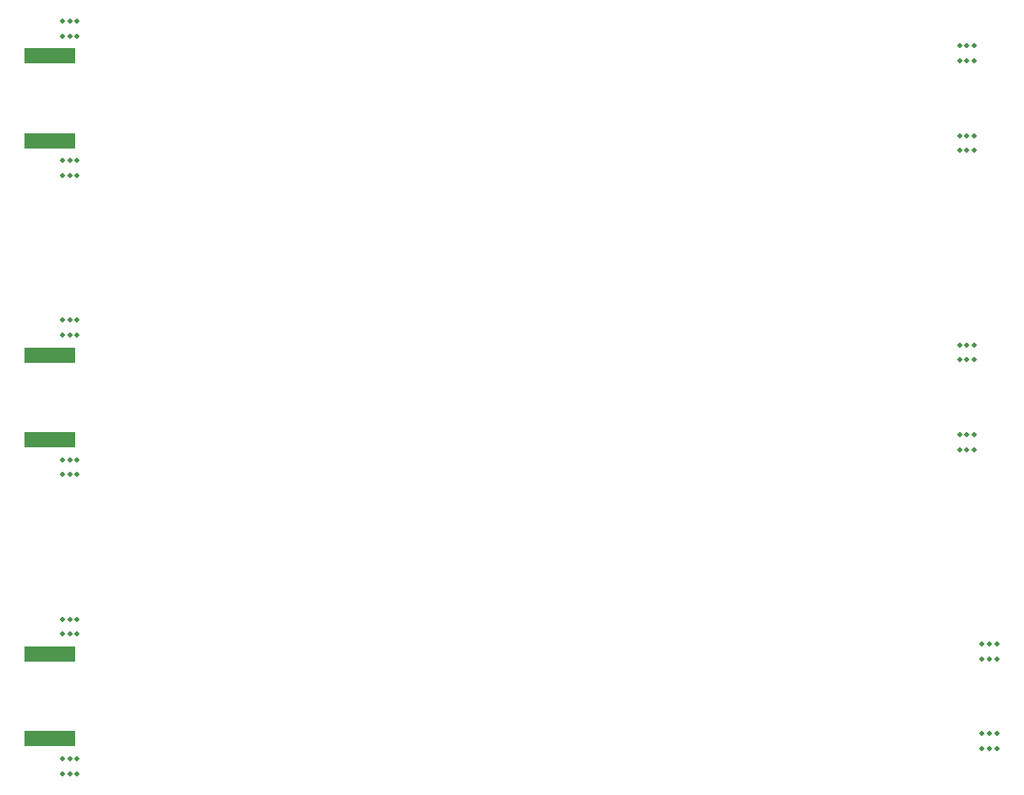
<source format=gbs>
G04 #@! TF.GenerationSoftware,KiCad,Pcbnew,(6.0.1)*
G04 #@! TF.CreationDate,2023-07-16T14:40:23+02:00*
G04 #@! TF.ProjectId,panel,70616e65-6c2e-46b6-9963-61645f706362,rev?*
G04 #@! TF.SameCoordinates,Original*
G04 #@! TF.FileFunction,Soldermask,Bot*
G04 #@! TF.FilePolarity,Negative*
%FSLAX46Y46*%
G04 Gerber Fmt 4.6, Leading zero omitted, Abs format (unit mm)*
G04 Created by KiCad (PCBNEW (6.0.1)) date 2023-07-16 14:40:23*
%MOMM*%
%LPD*%
G01*
G04 APERTURE LIST*
%ADD10C,0.500000*%
%ADD11R,5.080000X1.500000*%
G04 APERTURE END LIST*
D10*
X168000000Y-126250000D03*
X166500000Y-126250000D03*
X166500000Y-124750000D03*
X168000000Y-124750000D03*
X167250000Y-124750000D03*
X167250000Y-126250000D03*
X75750000Y-127250000D03*
X74250000Y-128750000D03*
X75000000Y-127250000D03*
X74250000Y-127250000D03*
X75000000Y-128750000D03*
X75750000Y-128750000D03*
X168000000Y-115750000D03*
X166500000Y-117250000D03*
X167250000Y-115750000D03*
X167250000Y-117250000D03*
X168000000Y-117250000D03*
X166500000Y-115750000D03*
X75750000Y-114750000D03*
X74250000Y-114750000D03*
X75000000Y-114750000D03*
X74250000Y-113250000D03*
X75750000Y-113250000D03*
X75000000Y-113250000D03*
D11*
X73000000Y-125250000D03*
X73000000Y-116750000D03*
D10*
X165000000Y-94750000D03*
X164250000Y-96250000D03*
X165750000Y-96250000D03*
X164250000Y-94750000D03*
X165000000Y-96250000D03*
X165750000Y-94750000D03*
X165000000Y-55750000D03*
X164250000Y-57250000D03*
X165750000Y-57250000D03*
X165000000Y-57250000D03*
X165750000Y-55750000D03*
X164250000Y-55750000D03*
X75000000Y-84750000D03*
X75750000Y-84750000D03*
X74250000Y-84750000D03*
X75000000Y-83250000D03*
X75750000Y-83250000D03*
X74250000Y-83250000D03*
X165750000Y-66250000D03*
X165000000Y-64750000D03*
X164250000Y-66250000D03*
X165750000Y-64750000D03*
X165000000Y-66250000D03*
X164250000Y-64750000D03*
X74250000Y-67250000D03*
X75750000Y-68750000D03*
X75000000Y-68750000D03*
X74250000Y-68750000D03*
X75750000Y-67250000D03*
X75000000Y-67250000D03*
X74250000Y-53250000D03*
X75000000Y-54750000D03*
X75750000Y-54750000D03*
X75000000Y-53250000D03*
X74250000Y-54750000D03*
X75750000Y-53250000D03*
D11*
X73000000Y-56750000D03*
X73000000Y-65250000D03*
D10*
X164250000Y-85750000D03*
X165000000Y-85750000D03*
X165750000Y-87250000D03*
X165000000Y-87250000D03*
X164250000Y-87250000D03*
X165750000Y-85750000D03*
X74250000Y-97250000D03*
X75000000Y-98750000D03*
X75000000Y-97250000D03*
X75750000Y-98750000D03*
X75750000Y-97250000D03*
X74250000Y-98750000D03*
D11*
X73000000Y-86750000D03*
X73000000Y-95250000D03*
M02*

</source>
